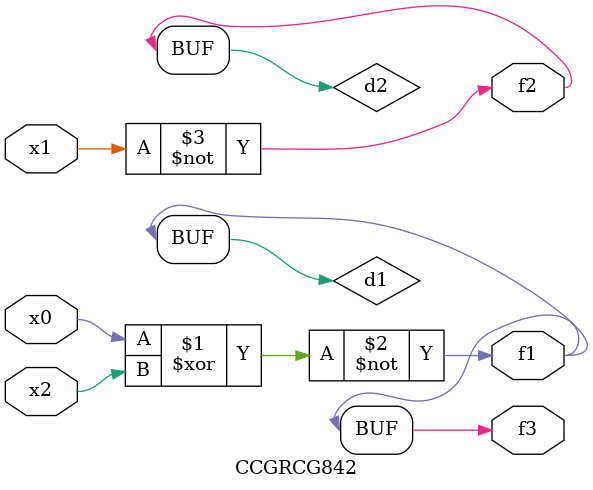
<source format=v>
module CCGRCG842(
	input x0, x1, x2,
	output f1, f2, f3
);

	wire d1, d2, d3;

	xnor (d1, x0, x2);
	nand (d2, x1);
	nor (d3, x1, x2);
	assign f1 = d1;
	assign f2 = d2;
	assign f3 = d1;
endmodule

</source>
